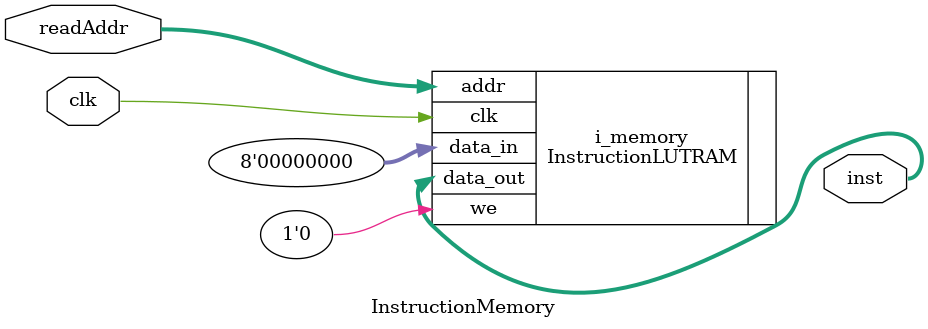
<source format=v>
module InstructionMemory 
(
    input        clk,
    input  [7:0] readAddr,
    output [7:0] inst
);

InstructionLUTRAM #(.XLEN(8), .ADDR_WIDTH(8), .DATA_ENTRY(256))
i_memory
(
    .clk(clk),
    .addr(readAddr),
    .data_in(8'b0),
    .we(1'b0),
    .data_out(inst)
);

endmodule
</source>
